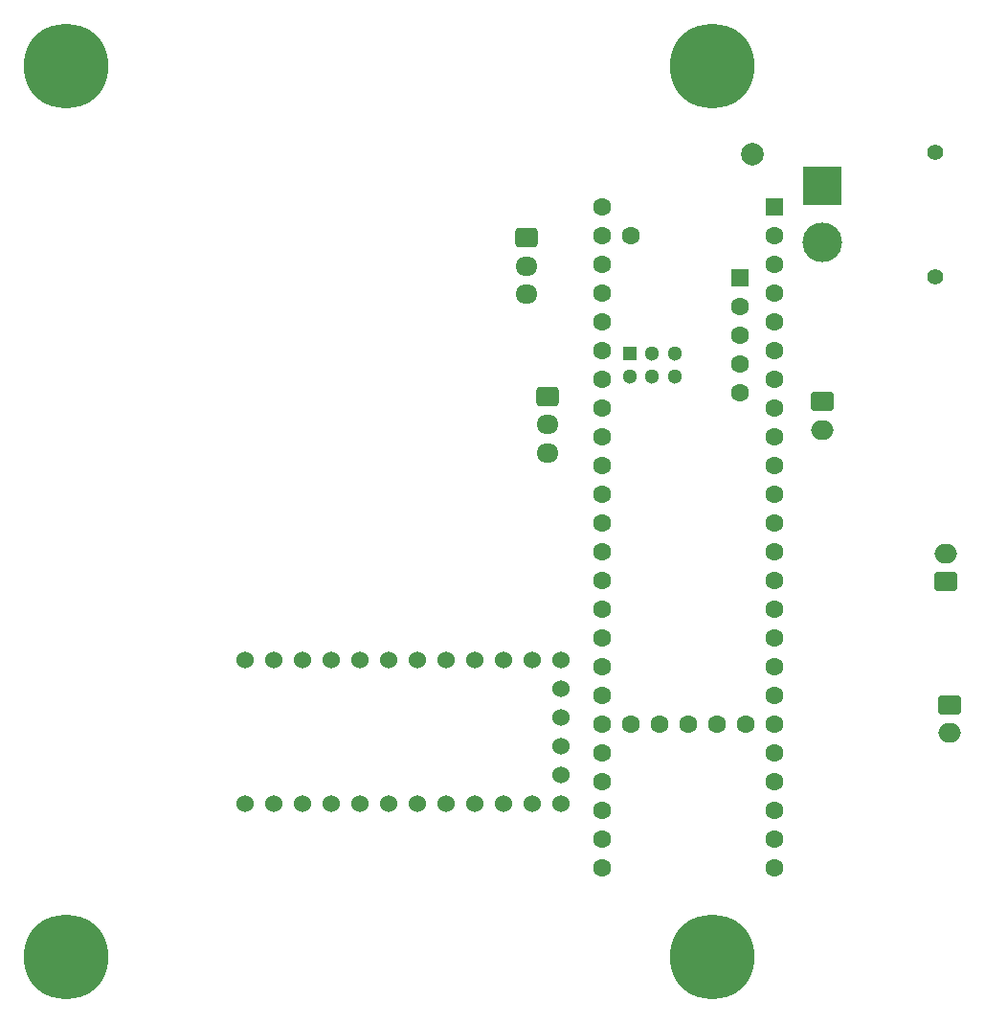
<source format=gbs>
G04 #@! TF.GenerationSoftware,KiCad,Pcbnew,8.0.1*
G04 #@! TF.CreationDate,2025-04-08T18:27:36-04:00*
G04 #@! TF.ProjectId,GHOUL_V1.0,47484f55-4c5f-4563-912e-302e6b696361,rev?*
G04 #@! TF.SameCoordinates,Original*
G04 #@! TF.FileFunction,Soldermask,Bot*
G04 #@! TF.FilePolarity,Negative*
%FSLAX46Y46*%
G04 Gerber Fmt 4.6, Leading zero omitted, Abs format (unit mm)*
G04 Created by KiCad (PCBNEW 8.0.1) date 2025-04-08 18:27:36*
%MOMM*%
%LPD*%
G01*
G04 APERTURE LIST*
G04 Aperture macros list*
%AMRoundRect*
0 Rectangle with rounded corners*
0 $1 Rounding radius*
0 $2 $3 $4 $5 $6 $7 $8 $9 X,Y pos of 4 corners*
0 Add a 4 corners polygon primitive as box body*
4,1,4,$2,$3,$4,$5,$6,$7,$8,$9,$2,$3,0*
0 Add four circle primitives for the rounded corners*
1,1,$1+$1,$2,$3*
1,1,$1+$1,$4,$5*
1,1,$1+$1,$6,$7*
1,1,$1+$1,$8,$9*
0 Add four rect primitives between the rounded corners*
20,1,$1+$1,$2,$3,$4,$5,0*
20,1,$1+$1,$4,$5,$6,$7,0*
20,1,$1+$1,$6,$7,$8,$9,0*
20,1,$1+$1,$8,$9,$2,$3,0*%
G04 Aperture macros list end*
%ADD10C,7.500000*%
%ADD11RoundRect,0.250000X0.750000X-0.600000X0.750000X0.600000X-0.750000X0.600000X-0.750000X-0.600000X0*%
%ADD12O,2.000000X1.700000*%
%ADD13RoundRect,0.250000X-0.750000X0.600000X-0.750000X-0.600000X0.750000X-0.600000X0.750000X0.600000X0*%
%ADD14RoundRect,0.250000X-0.725000X0.600000X-0.725000X-0.600000X0.725000X-0.600000X0.725000X0.600000X0*%
%ADD15O,1.950000X1.700000*%
%ADD16C,2.000000*%
%ADD17C,1.524000*%
%ADD18C,1.400000*%
%ADD19R,3.500000X3.500000*%
%ADD20C,3.500000*%
%ADD21R,1.600000X1.600000*%
%ADD22C,1.600000*%
%ADD23R,1.300000X1.300000*%
%ADD24C,1.300000*%
G04 APERTURE END LIST*
D10*
X184046051Y-61116051D03*
X126896051Y-61116051D03*
X126896051Y-139856051D03*
X184046051Y-139856051D03*
D11*
X204700000Y-106650000D03*
D12*
X204700000Y-104150000D03*
D13*
X205100000Y-117550000D03*
D12*
X205100000Y-120050000D03*
D14*
X167640000Y-76280000D03*
D15*
X167640000Y-78780000D03*
X167640000Y-81280000D03*
D16*
X187636051Y-68896051D03*
D13*
X193826051Y-90756051D03*
D12*
X193826051Y-93256051D03*
D17*
X170726051Y-116091051D03*
X170726051Y-118631051D03*
X170726051Y-121171051D03*
X170726051Y-123711051D03*
X170726051Y-113551051D03*
X170726051Y-126251051D03*
X168186051Y-126251051D03*
X165646051Y-126251051D03*
X163106051Y-126251051D03*
X160566051Y-126251051D03*
X158026051Y-126251051D03*
X155486051Y-126251051D03*
X152946051Y-126251051D03*
X150406051Y-126251051D03*
X147866051Y-126251051D03*
X145326051Y-126251051D03*
X142786051Y-126251051D03*
X168186051Y-113551051D03*
X165646051Y-113551051D03*
X163106051Y-113551051D03*
X158026051Y-113551051D03*
X160566051Y-113551051D03*
X155486051Y-113551051D03*
X152946051Y-113551051D03*
X150406051Y-113551051D03*
X147866051Y-113551051D03*
X145326051Y-113551051D03*
X142786051Y-113551051D03*
D18*
X203786051Y-79696051D03*
X203786051Y-68696051D03*
D19*
X193786051Y-71696051D03*
D20*
X193786051Y-76696051D03*
D21*
X189556051Y-73526051D03*
D22*
X189556051Y-76066051D03*
X189556051Y-78606051D03*
X189556051Y-81146051D03*
X189556051Y-83686051D03*
X189556051Y-86226051D03*
X189556051Y-88766051D03*
X189556051Y-91306051D03*
X189556051Y-93846051D03*
X189556051Y-96386051D03*
X189556051Y-98926051D03*
X189556051Y-101466051D03*
X189556051Y-104006051D03*
X189556051Y-106546051D03*
X189556051Y-109086051D03*
X189556051Y-111626051D03*
X189556051Y-114166051D03*
X189556051Y-116706051D03*
X189556051Y-119246051D03*
X189556051Y-121786051D03*
X189556051Y-124326051D03*
X189556051Y-126866051D03*
X189556051Y-129406051D03*
X189556051Y-131946051D03*
X174316051Y-131946051D03*
X174316051Y-129406051D03*
X174316051Y-126866051D03*
X174316051Y-124326051D03*
X174316051Y-121786051D03*
X174316051Y-119246051D03*
X174316051Y-116706051D03*
X174316051Y-114166051D03*
X174316051Y-111626051D03*
X174316051Y-109086051D03*
X174316051Y-106546051D03*
X174316051Y-104006051D03*
X174316051Y-101466051D03*
X174316051Y-98926051D03*
X174316051Y-96386051D03*
X174316051Y-93846051D03*
X174316051Y-91306051D03*
X174316051Y-88766051D03*
X174316051Y-86226051D03*
X174316051Y-83686051D03*
X174316051Y-81146051D03*
X174316051Y-78606051D03*
X174316051Y-76066051D03*
X174316051Y-73526051D03*
X176856051Y-76066051D03*
X187016051Y-119246051D03*
X184476051Y-119246051D03*
X181936051Y-119246051D03*
X179396051Y-119246051D03*
X176856051Y-119246051D03*
D21*
X186505251Y-79825251D03*
D22*
X186505251Y-82365251D03*
X186505251Y-84905251D03*
X186505251Y-87445251D03*
X186505251Y-89985251D03*
D23*
X176754451Y-86496051D03*
D24*
X178754451Y-86496051D03*
X180754451Y-86496051D03*
X180754451Y-88496051D03*
X178754451Y-88496051D03*
X176754451Y-88496051D03*
D14*
X169500000Y-90266051D03*
D15*
X169500000Y-92766051D03*
X169500000Y-95266051D03*
M02*

</source>
